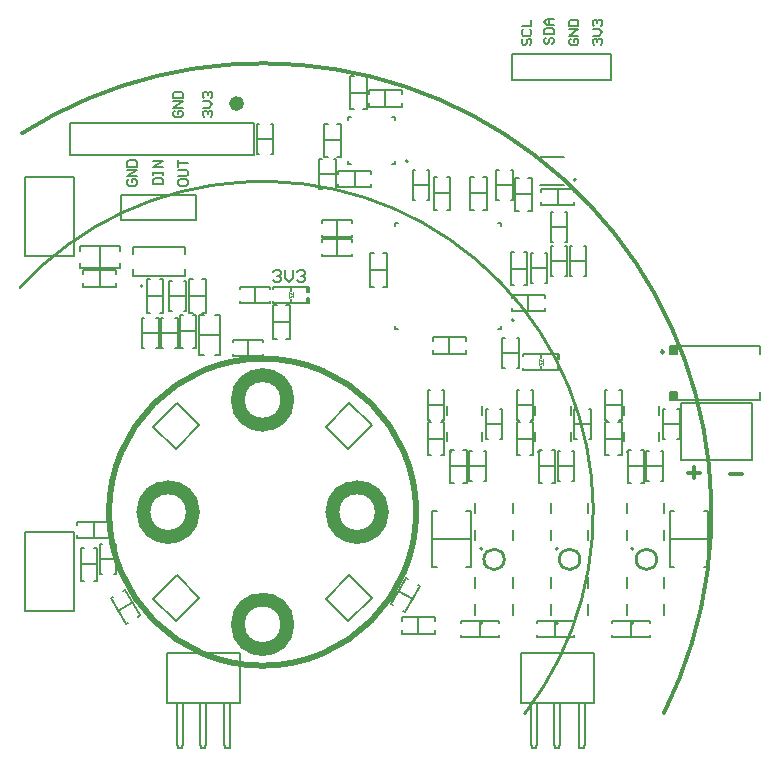
<source format=gto>
G04*
G04 #@! TF.GenerationSoftware,Altium Limited,Altium Designer,24.4.1 (13)*
G04*
G04 Layer_Color=65535*
%FSLAX44Y44*%
%MOMM*%
G71*
G04*
G04 #@! TF.SameCoordinates,8FCA56C2-8F78-4201-AFF4-6E38B21BD071*
G04*
G04*
G04 #@! TF.FilePolarity,Positive*
G04*
G01*
G75*
%ADD10C,0.2000*%
%ADD11C,0.2500*%
%ADD12C,0.7120*%
%ADD13C,0.2540*%
%ADD14C,0.0500*%
%ADD15C,0.3000*%
%ADD16C,0.5000*%
%ADD17C,1.1500*%
%ADD18C,0.1500*%
%ADD19C,0.1270*%
%ADD20C,0.1000*%
%ADD21C,0.3500*%
%ADD22C,0.1530*%
%ADD23R,0.5500X0.6750*%
D10*
X186000Y-31000D02*
G03*
X186000Y-31000I-1000J0D01*
G01*
X310000Y51050D02*
G03*
X310000Y51050I-1000J0D01*
G01*
X235000D02*
G03*
X235000Y51050I-1000J0D01*
G01*
X160000D02*
G03*
X160000Y51050I-1000J0D01*
G01*
X212950Y162500D02*
G03*
X212950Y162500I-1000J0D01*
G01*
D02*
G03*
X212950Y162500I-1000J0D01*
G01*
X123000Y297000D02*
G03*
X123000Y297000I-1000J0D01*
G01*
X314000Y-94000D02*
G03*
X314000Y-94000I-1000J0D01*
G01*
X314000Y-31000D02*
G03*
X314000Y-31000I-1000J0D01*
G01*
X250000Y-31000D02*
G03*
X250000Y-31000I-1000J0D01*
G01*
X186000Y-94000D02*
G03*
X186000Y-94000I-1000J0D01*
G01*
X250000Y-94000D02*
G03*
X250000Y-94000I-1000J0D01*
G01*
X265250Y281500D02*
G03*
X265250Y281500I-1000J0D01*
G01*
X345000Y141000D02*
X421000D01*
X345000Y95000D02*
X421000D01*
X345000Y134250D02*
Y141000D01*
X421000Y134250D02*
Y141000D01*
X345000Y95000D02*
Y101750D01*
X421000Y95000D02*
Y101750D01*
X345000D02*
X350500D01*
Y95000D02*
Y101750D01*
Y134250D02*
Y141000D01*
X345000Y134250D02*
X350500D01*
X211000Y387750D02*
X295000D01*
Y366250D02*
Y387750D01*
X211000Y366250D02*
X295000D01*
X211000D02*
Y387750D01*
X73530Y92551D02*
X92551Y73530D01*
X53449Y72470D02*
X73530Y92551D01*
X53449Y72470D02*
X72470Y53449D01*
X92551Y73530D01*
X73530Y-53449D02*
X92551Y-72470D01*
X53449Y-73530D02*
X73530Y-53449D01*
X53449Y-73530D02*
X72470Y-92551D01*
X92551Y-72470D01*
X-72470Y-53449D02*
X-53449Y-72470D01*
X-92551Y-73530D02*
X-72470Y-53449D01*
X-92551Y-73530D02*
X-73530Y-92551D01*
X-53449Y-72470D01*
X-72470Y92551D02*
X-53449Y73530D01*
X-92551Y72470D02*
X-72470Y92551D01*
X-92551Y72470D02*
X-73530Y53449D01*
X-53449Y73530D01*
X-162700Y329450D02*
X-7300D01*
Y302550D02*
Y329450D01*
X-162700Y302550D02*
X-7300D01*
X-162700D02*
Y329450D01*
X-109782Y199750D02*
Y205750D01*
X-66000Y199750D02*
Y205750D01*
X-109782Y199750D02*
X-66000D01*
Y218250D02*
Y224250D01*
X-109782D02*
X-66000D01*
X-109782Y218250D02*
Y224250D01*
X-120000Y247250D02*
Y268750D01*
Y247250D02*
X-56000D01*
Y268750D01*
X-120000D02*
X-56000D01*
X354000Y44000D02*
X414000D01*
X354000D02*
Y92000D01*
X414000D01*
Y44000D02*
Y92000D01*
X-201250Y-83500D02*
X-159750D01*
Y-16500D01*
X-201250D02*
X-159750D01*
X-201250Y-83500D02*
Y-16500D01*
Y216500D02*
X-159750D01*
Y283500D01*
X-201250D02*
X-159750D01*
X-201250Y216500D02*
Y283500D01*
X219000Y-161300D02*
Y-119300D01*
Y-161300D02*
X281000D01*
Y-119300D01*
X219000D02*
X281000D01*
X232505Y-195318D02*
Y-161318D01*
X247000Y-195300D02*
Y-161300D01*
X252000Y-195300D02*
Y-161300D01*
X267656Y-195373D02*
Y-161373D01*
X272656Y-195373D02*
Y-161373D01*
X272001Y-199300D02*
X272656Y-195373D01*
X268310Y-199300D02*
X272001D01*
X267656Y-195373D02*
X268310Y-199300D01*
X231841D02*
X232505Y-195318D01*
X228169Y-199300D02*
X231841D01*
X227505Y-195318D02*
Y-161318D01*
Y-195318D02*
X228169Y-199300D01*
X251333D02*
X252000Y-195300D01*
X247000Y-195300D02*
X247667Y-199300D01*
X251333D01*
X-81000Y-161300D02*
Y-119300D01*
Y-161300D02*
X-19000D01*
Y-119300D01*
X-81000D02*
X-19000D01*
X-67495Y-195318D02*
Y-161318D01*
X-53000Y-195300D02*
Y-161300D01*
X-48000Y-195300D02*
Y-161300D01*
X-32344Y-195373D02*
Y-161373D01*
X-27344Y-195373D02*
Y-161373D01*
X-27999Y-199300D02*
X-27344Y-195373D01*
X-31690Y-199300D02*
X-27999D01*
X-32344Y-195373D02*
X-31690Y-199300D01*
X-68159D02*
X-67495Y-195318D01*
X-71831Y-199300D02*
X-68159D01*
X-72495Y-195318D02*
Y-161318D01*
Y-195318D02*
X-71831Y-199300D01*
X-48667D02*
X-48000Y-195300D01*
X-53000Y-195300D02*
X-52333Y-199300D01*
X-48667D01*
X9000Y203331D02*
X10666Y204997D01*
X13998D01*
X15664Y203331D01*
Y201665D01*
X13998Y199998D01*
X12332D01*
X13998D01*
X15664Y198332D01*
Y196666D01*
X13998Y195000D01*
X10666D01*
X9000Y196666D01*
X18997Y204997D02*
Y198332D01*
X22329Y195000D01*
X25661Y198332D01*
Y204997D01*
X28994Y203331D02*
X30660Y204997D01*
X33992D01*
X35658Y203331D01*
Y201665D01*
X33992Y199998D01*
X32326D01*
X33992D01*
X35658Y198332D01*
Y196666D01*
X33992Y195000D01*
X30660D01*
X28994Y196666D01*
D11*
X339750Y135750D02*
G03*
X339750Y135750I-1250J0D01*
G01*
D12*
X-19000Y346000D02*
G03*
X-19000Y346000I-3000J0D01*
G01*
D13*
X333700Y-40000D02*
G03*
X333700Y-40000I-8700J0D01*
G01*
X268700D02*
G03*
X268700Y-40000I-8700J0D01*
G01*
X204700D02*
G03*
X204700Y-40000I-8700J0D01*
G01*
X222082Y-170527D02*
G03*
X-205324Y190373I-222082J170527D01*
G01*
D14*
X-101500Y191500D02*
G03*
X-101500Y191500I-1000J0D01*
G01*
D15*
X339882Y-169941D02*
G03*
X-203819Y320715I-339882J169941D01*
G01*
D16*
X130000Y-0D02*
G03*
X130000Y-0I-130000J0D01*
G01*
D17*
X21000Y-95000D02*
G03*
X21000Y-95000I-21000J0D01*
G01*
X101000Y-0D02*
G03*
X101000Y-0I-21000J0D01*
G01*
X-59000D02*
G03*
X-59000Y-0I-21000J0D01*
G01*
X21000Y95000D02*
G03*
X21000Y95000I-21000J0D01*
G01*
D18*
X189000Y75000D02*
X203000D01*
X189000Y62300D02*
X190920D01*
X189000D02*
Y87700D01*
X190920D01*
X201080D02*
X203000D01*
Y62300D02*
Y87700D01*
X201080Y62300D02*
X203000D01*
X339000Y75000D02*
X353000D01*
X339000Y62300D02*
X340920D01*
X339000D02*
Y87700D01*
X340920D01*
X351080D02*
X353000D01*
Y62300D02*
Y87700D01*
X351080Y62300D02*
X353000D01*
X276080Y62300D02*
X278000D01*
Y87700D01*
X276080D02*
X278000D01*
X264000D02*
X265920D01*
X264000Y62300D02*
Y87700D01*
Y62300D02*
X265920D01*
X264000Y75000D02*
X278000D01*
X140000Y76000D02*
X143000D01*
X140000Y48000D02*
Y76000D01*
Y48000D02*
X143000D01*
X151000D02*
X154000D01*
Y76000D01*
X151000D02*
X154000D01*
X140000Y62000D02*
X154000D01*
X215000Y76000D02*
X218000D01*
X215000Y48000D02*
Y76000D01*
Y48000D02*
X218000D01*
X226000D02*
X229000D01*
Y76000D01*
X226000D02*
X229000D01*
X215000Y62000D02*
X229000D01*
X290000Y76000D02*
X293000D01*
X290000Y48000D02*
Y76000D01*
Y48000D02*
X293000D01*
X301000D02*
X304000D01*
Y76000D01*
X301000D02*
X304000D01*
X290000Y62000D02*
X304000D01*
X-5000Y316000D02*
X9000D01*
X-5000Y303300D02*
X-3080D01*
X-5000D02*
Y328700D01*
X-3080D01*
X7080D02*
X9000D01*
Y303300D02*
Y328700D01*
X7080Y303300D02*
X9000D01*
X225000Y170000D02*
Y184000D01*
X211000Y181000D02*
Y184000D01*
X239000D01*
Y181000D02*
Y184000D01*
Y170000D02*
Y173000D01*
X211000Y170000D02*
X239000D01*
X211000D02*
Y173000D01*
X127000Y277000D02*
X141000D01*
X127000Y264300D02*
X128920D01*
X127000D02*
Y289700D01*
X128920D01*
X139080D02*
X141000D01*
Y264300D02*
Y289700D01*
X139080Y264300D02*
X141000D01*
X143750Y-23000D02*
X176250D01*
X172500Y-46750D02*
X176250D01*
Y750D01*
X172500D02*
X176250D01*
X143750D02*
X147500D01*
X143750Y-46750D02*
Y750D01*
Y-46750D02*
X147500D01*
X236000Y130500D02*
Y134000D01*
Y120000D02*
Y123500D01*
X249970Y129540D02*
X251240D01*
Y134000D01*
X249970D02*
X251240D01*
X249970Y124460D02*
X251240D01*
Y120000D02*
Y124460D01*
X249970Y120000D02*
X251240D01*
X220760Y132080D02*
Y134000D01*
X251000D01*
X249970Y129540D02*
Y134000D01*
Y120000D02*
Y124460D01*
X220760Y120000D02*
X251000D01*
X220760D02*
Y121920D01*
X203000Y147700D02*
X204920D01*
X203000Y122300D02*
Y147700D01*
Y122300D02*
X204920D01*
X215080D02*
X217000D01*
Y147700D01*
X215080D02*
X217000D01*
X203000Y135000D02*
X217000D01*
X244000Y241000D02*
X258000D01*
X256080Y253700D02*
X258000D01*
Y228300D02*
Y253700D01*
X256080Y228300D02*
X258000D01*
X244000D02*
X245920D01*
X244000D02*
Y253700D01*
X245920D01*
X256080Y200300D02*
X258000D01*
Y225700D01*
X256080D02*
X258000D01*
X244000D02*
X245920D01*
X244000Y200300D02*
Y225700D01*
Y200300D02*
X245920D01*
X244000Y213000D02*
X258000D01*
X260000D02*
X274000D01*
X260000Y200300D02*
X261920D01*
X260000D02*
Y225700D01*
X261920D01*
X272080D02*
X274000D01*
Y200300D02*
Y225700D01*
X272080Y200300D02*
X274000D01*
X227000Y207000D02*
X241000D01*
X227000Y194300D02*
X228920D01*
X227000D02*
Y219700D01*
X228920D01*
X239080D02*
X241000D01*
Y194300D02*
Y219700D01*
X239080Y194300D02*
X241000D01*
X145000Y270000D02*
X159000D01*
X156000Y284000D02*
X159000D01*
Y256000D02*
Y284000D01*
X156000Y256000D02*
X159000D01*
X145000D02*
X148000D01*
X145000D02*
Y284000D01*
X148000D01*
X176000Y270000D02*
X190000D01*
X187000Y284000D02*
X190000D01*
Y256000D02*
Y284000D01*
X187000Y256000D02*
X190000D01*
X176000D02*
X179000D01*
X176000D02*
Y284000D01*
X179000D01*
X-143000Y-22000D02*
Y-8000D01*
X-157000Y-11000D02*
Y-8000D01*
X-129000D01*
Y-11000D02*
Y-8000D01*
Y-22000D02*
Y-19000D01*
X-157000Y-22000D02*
X-129000D01*
X-157000D02*
Y-19000D01*
X172000Y145000D02*
Y148000D01*
X144000D02*
X172000D01*
X144000Y145000D02*
Y148000D01*
Y134000D02*
Y137000D01*
Y134000D02*
X172000D01*
Y137000D01*
X158000Y134000D02*
Y148000D01*
X248000Y-106000D02*
Y-92000D01*
X232000Y-93920D02*
Y-92000D01*
X264000D01*
Y-93920D02*
Y-92000D01*
Y-106000D02*
Y-104080D01*
X232000Y-106000D02*
X264000D01*
X232000D02*
Y-104080D01*
X-125920Y-52700D02*
X-124000D01*
Y-27300D01*
X-125920D02*
X-124000D01*
X-138000D02*
X-136080D01*
X-138000Y-52700D02*
Y-27300D01*
Y-52700D02*
X-136080D01*
X-138000Y-40000D02*
X-124000D01*
X63000Y301000D02*
X66000D01*
Y329000D01*
X63000D02*
X66000D01*
X52000D02*
X55000D01*
X52000Y301000D02*
Y329000D01*
Y301000D02*
X55000D01*
X52000Y315000D02*
X66000D01*
X90000Y343000D02*
Y346000D01*
Y343000D02*
X118000D01*
Y346000D01*
Y354000D02*
Y357000D01*
X90000D02*
X118000D01*
X90000Y354000D02*
Y357000D01*
X104000Y343000D02*
Y357000D01*
X60080Y273800D02*
X62000D01*
Y299200D01*
X60080D02*
X62000D01*
X48000D02*
X49920D01*
X48000Y273800D02*
Y299200D01*
Y273800D02*
X49920D01*
X48000Y286500D02*
X62000D01*
X85000Y341000D02*
X88000D01*
Y369000D01*
X85000D02*
X88000D01*
X74000D02*
X77000D01*
X74000Y341000D02*
Y369000D01*
Y341000D02*
X77000D01*
X74000Y355000D02*
X88000D01*
X92000Y286000D02*
Y289000D01*
X64000D02*
X92000D01*
X64000Y286000D02*
Y289000D01*
Y275000D02*
Y278000D01*
Y275000D02*
X92000D01*
Y278000D01*
X78000Y275000D02*
Y289000D01*
X-66920Y170300D02*
X-65000D01*
Y195700D01*
X-66920D02*
X-65000D01*
X-79000D02*
X-77080D01*
X-79000Y170300D02*
Y195700D01*
Y170300D02*
X-77080D01*
X-79000Y183000D02*
X-65000D01*
X-51000Y169000D02*
X-48000D01*
Y197000D01*
X-51000D02*
X-48000D01*
X-62000D02*
X-59000D01*
X-62000Y169000D02*
Y197000D01*
Y169000D02*
X-59000D01*
X-62000Y183000D02*
X-48000D01*
X-73920Y139300D02*
X-72000D01*
Y164700D01*
X-73920D02*
X-72000D01*
X-86000D02*
X-84080D01*
X-86000Y139300D02*
Y164700D01*
Y139300D02*
X-84080D01*
X-86000Y152000D02*
X-72000D01*
X-98000Y197000D02*
X-95000D01*
X-98000Y169000D02*
Y197000D01*
Y169000D02*
X-95000D01*
X-87000D02*
X-84000D01*
Y197000D01*
X-87000D02*
X-84000D01*
X-98000Y183000D02*
X-84000D01*
X-138000Y207000D02*
Y225000D01*
X-121000Y221000D02*
Y225000D01*
X-155000D02*
X-121000D01*
X-155000Y221000D02*
Y225000D01*
Y207000D02*
Y211000D01*
Y207000D02*
X-121000D01*
Y211000D01*
X-124000Y202000D02*
Y205000D01*
X-152000D02*
X-124000D01*
X-152000Y202000D02*
Y205000D01*
Y191000D02*
Y194000D01*
Y191000D02*
X-124000D01*
Y194000D01*
X-138000Y191000D02*
Y205000D01*
X-89920Y139300D02*
X-88000D01*
Y164700D01*
X-89920D02*
X-88000D01*
X-102000D02*
X-100080D01*
X-102000Y139300D02*
Y164700D01*
Y139300D02*
X-100080D01*
X-102000Y152000D02*
X-88000D01*
X132000Y-103000D02*
X132000Y-89000D01*
X118000Y-92000D02*
Y-89000D01*
X146000D01*
Y-92000D02*
Y-89000D01*
X146000Y-103000D02*
X146000Y-100000D01*
X118000Y-103000D02*
X146000Y-103000D01*
X118000Y-100000D02*
X118000Y-103000D01*
X20000Y147000D02*
X23000D01*
Y175000D01*
X20000D02*
X23000D01*
X9000D02*
X12000D01*
X9000Y147000D02*
Y175000D01*
Y147000D02*
X12000D01*
X9000Y161000D02*
X23000D01*
X-143000Y-58000D02*
X-140000D01*
Y-30000D01*
X-143000D02*
X-140000D01*
X-154000D02*
X-151000D01*
X-154000Y-58000D02*
Y-30000D01*
Y-58000D02*
X-151000D01*
X-154000Y-44000D02*
X-140000D01*
X-54000Y150000D02*
X-36000D01*
X-54000Y167000D02*
X-50000D01*
X-54000Y133000D02*
Y167000D01*
Y133000D02*
X-50000D01*
X-40000D02*
X-36000D01*
Y167000D01*
X-40000D02*
X-36000D01*
X344750Y-46750D02*
X348500D01*
X344750D02*
Y750D01*
X348500D01*
X373500D02*
X377250D01*
Y-46750D02*
Y750D01*
X373500Y-46750D02*
X377250D01*
X344750Y-23000D02*
X377250D01*
X-128412Y-72502D02*
X-126749Y-71542D01*
X-128412Y-72502D02*
X-115712Y-94499D01*
X-114049Y-93539D01*
X-105251Y-88458D02*
X-103588Y-87499D01*
X-116288Y-65501D02*
X-103588Y-87499D01*
X-117951Y-66462D02*
X-116288Y-65501D01*
X-122062Y-83500D02*
X-109938Y-76500D01*
X119049Y-83539D02*
X120712Y-84499D01*
X133412Y-62502D01*
X131749Y-61542D02*
X133412Y-62502D01*
X121288Y-55501D02*
X122951Y-56462D01*
X108588Y-77498D02*
X121288Y-55501D01*
X108588Y-77498D02*
X110251Y-78458D01*
X114938Y-66500D02*
X127062Y-73500D01*
X170000Y25000D02*
X173000D01*
Y53000D01*
X170000D02*
X173000D01*
X159000D02*
X162000D01*
X159000Y25000D02*
Y53000D01*
Y25000D02*
X162000D01*
X159000Y39000D02*
X173000D01*
X140000Y103700D02*
X141920D01*
X140000Y78300D02*
Y103700D01*
Y78300D02*
X141920D01*
X152080D02*
X154000D01*
Y103700D01*
X152080D02*
X154000D01*
X140000Y91000D02*
X154000D01*
X175000Y51700D02*
X176920D01*
X175000Y26300D02*
Y51700D01*
Y26300D02*
X176920D01*
X187080D02*
X189000D01*
Y51700D01*
X187080D02*
X189000D01*
X175000Y39000D02*
X189000D01*
X320000Y25000D02*
X323000D01*
Y53000D01*
X320000D02*
X323000D01*
X309000D02*
X312000D01*
X309000Y25000D02*
Y53000D01*
Y25000D02*
X312000D01*
X309000Y39000D02*
X323000D01*
X325000Y51700D02*
X326920D01*
X325000Y26300D02*
Y51700D01*
Y26300D02*
X326920D01*
X337080D02*
X339000D01*
Y51700D01*
X337080D02*
X339000D01*
X325000Y39000D02*
X339000D01*
X290000Y103700D02*
X291920D01*
X290000Y78300D02*
Y103700D01*
Y78300D02*
X291920D01*
X302080D02*
X304000D01*
Y103700D01*
X302080D02*
X304000D01*
X290000Y91000D02*
X304000D01*
X215000Y103700D02*
X216920D01*
X215000Y78300D02*
Y103700D01*
Y78300D02*
X216920D01*
X227080D02*
X229000D01*
Y103700D01*
X227080D02*
X229000D01*
X215000Y91000D02*
X229000D01*
X250000Y51700D02*
X251920D01*
X250000Y26300D02*
Y51700D01*
Y26300D02*
X251920D01*
X262080D02*
X264000D01*
Y51700D01*
X262080D02*
X264000D01*
X250000Y39000D02*
X264000D01*
X245000Y25000D02*
X248000D01*
Y53000D01*
X245000D02*
X248000D01*
X234000D02*
X237000D01*
X234000Y25000D02*
Y53000D01*
Y25000D02*
X237000D01*
X234000Y39000D02*
X248000D01*
X264000Y271000D02*
Y274000D01*
X236000D02*
X264000D01*
X236000Y271000D02*
Y274000D01*
Y260000D02*
Y263000D01*
Y260000D02*
X264000D01*
Y263000D01*
X250000Y260000D02*
Y274000D01*
X225000Y255000D02*
X228000D01*
Y283000D01*
X225000D02*
X228000D01*
X214000D02*
X217000D01*
X214000Y255000D02*
Y283000D01*
Y255000D02*
X217000D01*
X214000Y269000D02*
X228000D01*
X198000Y289700D02*
X199920D01*
X198000Y264300D02*
Y289700D01*
Y264300D02*
X199920D01*
X210080D02*
X212000D01*
Y289700D01*
X210080D02*
X212000D01*
X198000Y277000D02*
X212000D01*
X91000Y205000D02*
X105000D01*
X102000Y219000D02*
X105000D01*
Y191000D02*
Y219000D01*
X102000Y191000D02*
X105000D01*
X91000D02*
X94000D01*
X91000D02*
Y219000D01*
X94000D01*
X184000Y-106000D02*
Y-92000D01*
X168000Y-93920D02*
Y-92000D01*
X200000D01*
Y-93920D02*
Y-92000D01*
Y-106000D02*
Y-104080D01*
X168000Y-106000D02*
X200000D01*
X168000D02*
Y-104080D01*
X312000Y-106000D02*
Y-92000D01*
X296000Y-93920D02*
Y-92000D01*
X328000D01*
Y-93920D02*
Y-92000D01*
Y-106000D02*
Y-104080D01*
X296000Y-106000D02*
X328000D01*
X296000D02*
Y-104080D01*
X50300Y233000D02*
Y234920D01*
Y233000D02*
X75700D01*
Y234920D01*
Y245080D02*
Y247000D01*
X50300D02*
X75700D01*
X50300Y245080D02*
Y247000D01*
X63000Y233000D02*
Y247000D01*
X50300Y217000D02*
Y218920D01*
Y217000D02*
X75700D01*
Y218920D01*
Y229080D02*
Y231000D01*
X50300D02*
X75700D01*
X50300Y229080D02*
Y231000D01*
X63000Y217000D02*
Y231000D01*
X-12000Y132000D02*
Y146000D01*
X-24700Y144080D02*
Y146000D01*
X700D01*
Y144080D02*
Y146000D01*
Y132000D02*
Y133920D01*
X-24700Y132000D02*
X700D01*
X-24700D02*
Y133920D01*
X-6000Y177000D02*
Y191000D01*
X-18700Y189080D02*
Y191000D01*
X6700D01*
Y189080D02*
Y191000D01*
Y177000D02*
Y178920D01*
X-18700Y177000D02*
X6700D01*
X-18700D02*
Y178920D01*
X8760Y177000D02*
Y178920D01*
Y177000D02*
X39000D01*
X37970D02*
Y181460D01*
Y186540D02*
Y191000D01*
X8760D02*
X39000D01*
X8760Y189080D02*
Y191000D01*
X37970Y177000D02*
X39240D01*
Y181460D01*
X37970D02*
X39240D01*
X37970Y191000D02*
X39240D01*
Y186540D02*
Y191000D01*
X37970Y186540D02*
X39240D01*
X24000Y177000D02*
Y180500D01*
Y187500D02*
Y191000D01*
X210000Y220000D02*
X213000D01*
X210000Y192000D02*
Y220000D01*
Y192000D02*
X213000D01*
X221000D02*
X224000D01*
Y220000D01*
X221000D02*
X224000D01*
X210000Y206000D02*
X224000D01*
X-59000Y139000D02*
X-56000D01*
Y167000D01*
X-59000D02*
X-56000D01*
X-70000D02*
X-67000D01*
X-70000Y139000D02*
Y167000D01*
Y139000D02*
X-67000D01*
X-70000Y153000D02*
X-56000D01*
D19*
X180250Y-23750D02*
Y-15000D01*
Y-1000D02*
Y7750D01*
X211750Y-1000D02*
Y7750D01*
Y-23750D02*
Y-15000D01*
X306000Y60000D02*
Y68050D01*
X336000Y60000D02*
Y68050D01*
X306000Y81950D02*
Y90000D01*
X336000Y81950D02*
Y90000D01*
X231000Y60000D02*
Y68050D01*
X261000Y60000D02*
Y68050D01*
X231000Y81950D02*
Y90000D01*
X261000Y81950D02*
Y90000D01*
X156000Y60000D02*
Y68050D01*
X186000Y60000D02*
Y68050D01*
X156000Y81950D02*
Y90000D01*
X186000Y81950D02*
Y90000D01*
X112000Y245000D02*
X115000D01*
X112000Y155000D02*
X115000D01*
X199000Y245000D02*
X202000D01*
X199000Y155000D02*
X202000D01*
X112000Y242000D02*
Y245000D01*
Y155000D02*
Y158000D01*
X202000Y242000D02*
Y245000D01*
Y155000D02*
Y158000D01*
X112000Y294500D02*
Y297115D01*
X109385Y294500D02*
X112000D01*
X109385Y334500D02*
X112000D01*
Y331885D02*
Y334500D01*
X72000Y331885D02*
Y334500D01*
X74615D01*
X72000Y294500D02*
X74615D01*
X72000D02*
Y297115D01*
X339750Y-86750D02*
Y-78000D01*
Y-64000D02*
Y-55250D01*
X308250Y-64000D02*
Y-55250D01*
Y-86750D02*
Y-78000D01*
X308250Y-23750D02*
Y-15000D01*
Y-1000D02*
Y7750D01*
X339750Y-1000D02*
Y7750D01*
Y-23750D02*
Y-15000D01*
X244250Y-23750D02*
Y-15000D01*
Y-1000D02*
Y7750D01*
X275750Y-1000D02*
Y7750D01*
Y-23750D02*
Y-15000D01*
X180250Y-86750D02*
Y-78000D01*
Y-64000D02*
Y-55250D01*
X211750Y-64000D02*
Y-55250D01*
Y-86750D02*
Y-78000D01*
X275750Y-86750D02*
Y-78000D01*
Y-64000D02*
Y-55250D01*
X244250Y-64000D02*
Y-55250D01*
Y-86750D02*
Y-78000D01*
X235000Y301100D02*
X255000D01*
X235000Y276900D02*
X255000D01*
D20*
X234250Y124500D02*
X237750Y127000D01*
X234250Y124500D02*
Y127000D01*
X237750Y124750D02*
Y127000D01*
Y129250D01*
X234250Y127000D02*
Y129500D01*
X237750Y127000D01*
X22250Y186500D02*
X25750Y184000D01*
X22250D02*
Y186500D01*
X25750Y184000D02*
Y186250D01*
Y181750D02*
Y184000D01*
X22250Y181500D02*
Y184000D01*
Y181500D02*
X25750Y184000D01*
D21*
X360500Y33498D02*
X370497D01*
X365498Y38497D02*
Y28500D01*
X395500Y32500D02*
X405497D01*
D22*
X280805Y395530D02*
X279473Y396863D01*
Y399529D01*
X280805Y400862D01*
X282138D01*
X283471Y399529D01*
Y398196D01*
Y399529D01*
X284804Y400862D01*
X286137D01*
X287470Y399529D01*
Y396863D01*
X286137Y395530D01*
X279473Y403527D02*
X284804D01*
X287470Y406193D01*
X284804Y408859D01*
X279473D01*
X280805Y411525D02*
X279473Y412858D01*
Y415524D01*
X280805Y416856D01*
X282138D01*
X283471Y415524D01*
Y414191D01*
Y415524D01*
X284804Y416856D01*
X286137D01*
X287470Y415524D01*
Y412858D01*
X286137Y411525D01*
X220805Y400862D02*
X219473Y399529D01*
Y396863D01*
X220805Y395530D01*
X222138D01*
X223471Y396863D01*
Y399529D01*
X224804Y400862D01*
X226137D01*
X227470Y399529D01*
Y396863D01*
X226137Y395530D01*
X220805Y408859D02*
X219473Y407526D01*
Y404860D01*
X220805Y403527D01*
X226137D01*
X227470Y404860D01*
Y407526D01*
X226137Y408859D01*
X219473Y411525D02*
X227470D01*
Y416856D01*
X260805Y400862D02*
X259473Y399529D01*
Y396863D01*
X260805Y395530D01*
X266137D01*
X267470Y396863D01*
Y399529D01*
X266137Y400862D01*
X263471D01*
Y398196D01*
X267470Y403527D02*
X259473D01*
X267470Y408859D01*
X259473D01*
Y411525D02*
X267470D01*
Y415524D01*
X266137Y416856D01*
X260805D01*
X259473Y415524D01*
Y411525D01*
X239805Y401862D02*
X238472Y400529D01*
Y397863D01*
X239805Y396530D01*
X241138D01*
X242471Y397863D01*
Y400529D01*
X243804Y401862D01*
X245137D01*
X246470Y400529D01*
Y397863D01*
X245137Y396530D01*
X238472Y404528D02*
X246470D01*
Y408526D01*
X245137Y409859D01*
X239805D01*
X238472Y408526D01*
Y404528D01*
X246470Y412525D02*
X241138D01*
X238472Y415191D01*
X241138Y417856D01*
X246470D01*
X242471D01*
Y412525D01*
X-74194Y339862D02*
X-75527Y338529D01*
Y335863D01*
X-74194Y334530D01*
X-68863D01*
X-67530Y335863D01*
Y338529D01*
X-68863Y339862D01*
X-71529D01*
Y337196D01*
X-67530Y342527D02*
X-75527D01*
X-67530Y347859D01*
X-75527D01*
Y350525D02*
X-67530D01*
Y354524D01*
X-68863Y355857D01*
X-74194D01*
X-75527Y354524D01*
Y350525D01*
X-49194Y334530D02*
X-50527Y335863D01*
Y338529D01*
X-49194Y339862D01*
X-47862D01*
X-46529Y338529D01*
Y337196D01*
Y338529D01*
X-45196Y339862D01*
X-43863D01*
X-42530Y338529D01*
Y335863D01*
X-43863Y334530D01*
X-50527Y342527D02*
X-45196D01*
X-42530Y345193D01*
X-45196Y347859D01*
X-50527D01*
X-49194Y350525D02*
X-50527Y351858D01*
Y354524D01*
X-49194Y355857D01*
X-47862D01*
X-46529Y354524D01*
Y353191D01*
Y354524D01*
X-45196Y355857D01*
X-43863D01*
X-42530Y354524D01*
Y351858D01*
X-43863Y350525D01*
X-92528Y277530D02*
X-84530D01*
Y281529D01*
X-85863Y282862D01*
X-91195D01*
X-92528Y281529D01*
Y277530D01*
Y285527D02*
Y288193D01*
Y286860D01*
X-84530D01*
Y285527D01*
Y288193D01*
Y292192D02*
X-92528D01*
X-84530Y297524D01*
X-92528D01*
X-71527Y280529D02*
Y277863D01*
X-70195Y276530D01*
X-64863D01*
X-63530Y277863D01*
Y280529D01*
X-64863Y281862D01*
X-70195D01*
X-71527Y280529D01*
Y284527D02*
X-64863D01*
X-63530Y285860D01*
Y288526D01*
X-64863Y289859D01*
X-71527D01*
Y292525D02*
Y297857D01*
Y295191D01*
X-63530D01*
X-113195Y281862D02*
X-114527Y280529D01*
Y277863D01*
X-113195Y276530D01*
X-107863D01*
X-106530Y277863D01*
Y280529D01*
X-107863Y281862D01*
X-110529D01*
Y279196D01*
X-106530Y284527D02*
X-114527D01*
X-106530Y289859D01*
X-114527D01*
Y292525D02*
X-106530D01*
Y296524D01*
X-107863Y297857D01*
X-113195D01*
X-114527Y296524D01*
Y292525D01*
D23*
X347750Y98375D02*
D03*
X347750Y137625D02*
D03*
M02*

</source>
